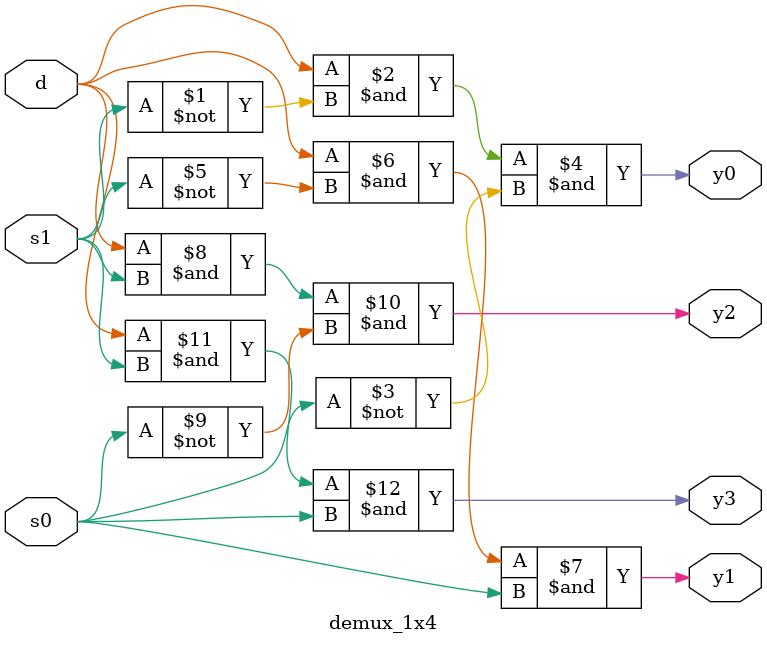
<source format=v>
`timescale 1ns / 1ps


module demux_1x4(
    input d,
    input s0,
    input s1,
    output y0,
    output y1,
    output y2,
    output y3
);
    assign y0 = d & ~s1 & ~s0;
    assign y1 = d & ~s1 &  s0;
    assign y2 = d &  s1 & ~s0;
    assign y3 = d &  s1 &  s0;
endmodule


</source>
